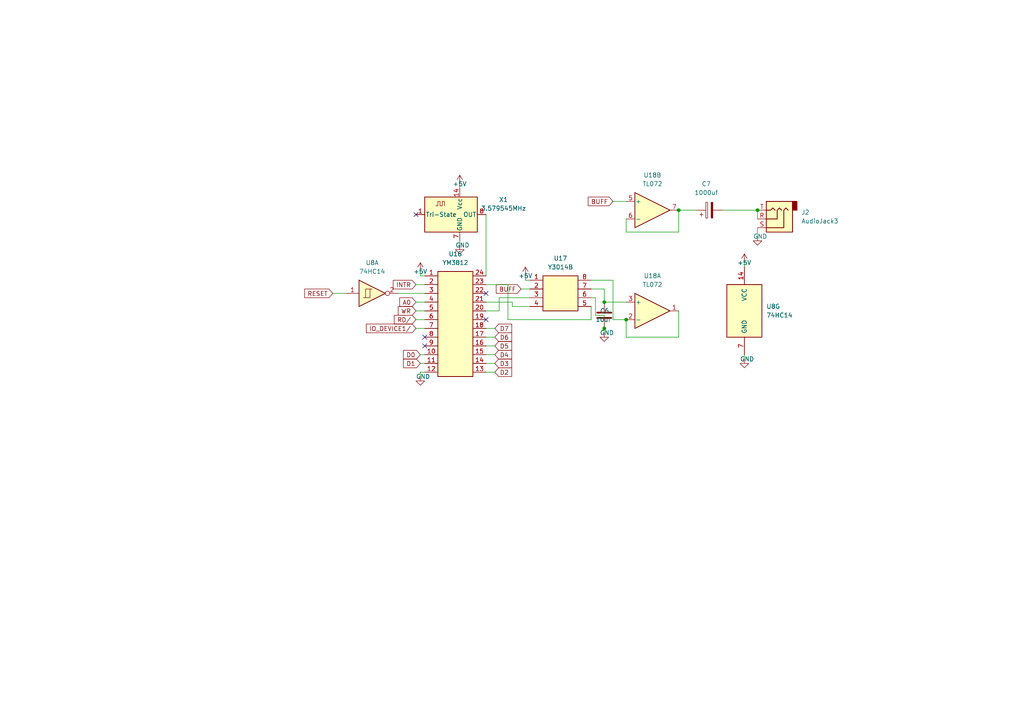
<source format=kicad_sch>
(kicad_sch (version 20211123) (generator eeschema)

  (uuid 6ca0bfb5-e153-4949-9024-71217800d20e)

  (paper "A4")

  (lib_symbols
    (symbol "74xx:74HC14" (pin_names (offset 1.016)) (in_bom yes) (on_board yes)
      (property "Reference" "U" (id 0) (at 0 1.27 0)
        (effects (font (size 1.27 1.27)))
      )
      (property "Value" "74HC14" (id 1) (at 0 -1.27 0)
        (effects (font (size 1.27 1.27)))
      )
      (property "Footprint" "" (id 2) (at 0 0 0)
        (effects (font (size 1.27 1.27)) hide)
      )
      (property "Datasheet" "http://www.ti.com/lit/gpn/sn74HC14" (id 3) (at 0 0 0)
        (effects (font (size 1.27 1.27)) hide)
      )
      (property "ki_locked" "" (id 4) (at 0 0 0)
        (effects (font (size 1.27 1.27)))
      )
      (property "ki_keywords" "HCMOS not inverter" (id 5) (at 0 0 0)
        (effects (font (size 1.27 1.27)) hide)
      )
      (property "ki_description" "Hex inverter schmitt trigger" (id 6) (at 0 0 0)
        (effects (font (size 1.27 1.27)) hide)
      )
      (property "ki_fp_filters" "DIP*W7.62mm*" (id 7) (at 0 0 0)
        (effects (font (size 1.27 1.27)) hide)
      )
      (symbol "74HC14_1_0"
        (polyline
          (pts
            (xy -3.81 3.81)
            (xy -3.81 -3.81)
            (xy 3.81 0)
            (xy -3.81 3.81)
          )
          (stroke (width 0.254) (type default) (color 0 0 0 0))
          (fill (type background))
        )
        (pin input line (at -7.62 0 0) (length 3.81)
          (name "~" (effects (font (size 1.27 1.27))))
          (number "1" (effects (font (size 1.27 1.27))))
        )
        (pin output inverted (at 7.62 0 180) (length 3.81)
          (name "~" (effects (font (size 1.27 1.27))))
          (number "2" (effects (font (size 1.27 1.27))))
        )
      )
      (symbol "74HC14_1_1"
        (polyline
          (pts
            (xy -1.905 -1.27)
            (xy -1.905 1.27)
            (xy -0.635 1.27)
          )
          (stroke (width 0) (type default) (color 0 0 0 0))
          (fill (type none))
        )
        (polyline
          (pts
            (xy -2.54 -1.27)
            (xy -0.635 -1.27)
            (xy -0.635 1.27)
            (xy 0 1.27)
          )
          (stroke (width 0) (type default) (color 0 0 0 0))
          (fill (type none))
        )
      )
      (symbol "74HC14_2_0"
        (polyline
          (pts
            (xy -3.81 3.81)
            (xy -3.81 -3.81)
            (xy 3.81 0)
            (xy -3.81 3.81)
          )
          (stroke (width 0.254) (type default) (color 0 0 0 0))
          (fill (type background))
        )
        (pin input line (at -7.62 0 0) (length 3.81)
          (name "~" (effects (font (size 1.27 1.27))))
          (number "3" (effects (font (size 1.27 1.27))))
        )
        (pin output inverted (at 7.62 0 180) (length 3.81)
          (name "~" (effects (font (size 1.27 1.27))))
          (number "4" (effects (font (size 1.27 1.27))))
        )
      )
      (symbol "74HC14_2_1"
        (polyline
          (pts
            (xy -1.905 -1.27)
            (xy -1.905 1.27)
            (xy -0.635 1.27)
          )
          (stroke (width 0) (type default) (color 0 0 0 0))
          (fill (type none))
        )
        (polyline
          (pts
            (xy -2.54 -1.27)
            (xy -0.635 -1.27)
            (xy -0.635 1.27)
            (xy 0 1.27)
          )
          (stroke (width 0) (type default) (color 0 0 0 0))
          (fill (type none))
        )
      )
      (symbol "74HC14_3_0"
        (polyline
          (pts
            (xy -3.81 3.81)
            (xy -3.81 -3.81)
            (xy 3.81 0)
            (xy -3.81 3.81)
          )
          (stroke (width 0.254) (type default) (color 0 0 0 0))
          (fill (type background))
        )
        (pin input line (at -7.62 0 0) (length 3.81)
          (name "~" (effects (font (size 1.27 1.27))))
          (number "5" (effects (font (size 1.27 1.27))))
        )
        (pin output inverted (at 7.62 0 180) (length 3.81)
          (name "~" (effects (font (size 1.27 1.27))))
          (number "6" (effects (font (size 1.27 1.27))))
        )
      )
      (symbol "74HC14_3_1"
        (polyline
          (pts
            (xy -1.905 -1.27)
            (xy -1.905 1.27)
            (xy -0.635 1.27)
          )
          (stroke (width 0) (type default) (color 0 0 0 0))
          (fill (type none))
        )
        (polyline
          (pts
            (xy -2.54 -1.27)
            (xy -0.635 -1.27)
            (xy -0.635 1.27)
            (xy 0 1.27)
          )
          (stroke (width 0) (type default) (color 0 0 0 0))
          (fill (type none))
        )
      )
      (symbol "74HC14_4_0"
        (polyline
          (pts
            (xy -3.81 3.81)
            (xy -3.81 -3.81)
            (xy 3.81 0)
            (xy -3.81 3.81)
          )
          (stroke (width 0.254) (type default) (color 0 0 0 0))
          (fill (type background))
        )
        (pin output inverted (at 7.62 0 180) (length 3.81)
          (name "~" (effects (font (size 1.27 1.27))))
          (number "8" (effects (font (size 1.27 1.27))))
        )
        (pin input line (at -7.62 0 0) (length 3.81)
          (name "~" (effects (font (size 1.27 1.27))))
          (number "9" (effects (font (size 1.27 1.27))))
        )
      )
      (symbol "74HC14_4_1"
        (polyline
          (pts
            (xy -1.905 -1.27)
            (xy -1.905 1.27)
            (xy -0.635 1.27)
          )
          (stroke (width 0) (type default) (color 0 0 0 0))
          (fill (type none))
        )
        (polyline
          (pts
            (xy -2.54 -1.27)
            (xy -0.635 -1.27)
            (xy -0.635 1.27)
            (xy 0 1.27)
          )
          (stroke (width 0) (type default) (color 0 0 0 0))
          (fill (type none))
        )
      )
      (symbol "74HC14_5_0"
        (polyline
          (pts
            (xy -3.81 3.81)
            (xy -3.81 -3.81)
            (xy 3.81 0)
            (xy -3.81 3.81)
          )
          (stroke (width 0.254) (type default) (color 0 0 0 0))
          (fill (type background))
        )
        (pin output inverted (at 7.62 0 180) (length 3.81)
          (name "~" (effects (font (size 1.27 1.27))))
          (number "10" (effects (font (size 1.27 1.27))))
        )
        (pin input line (at -7.62 0 0) (length 3.81)
          (name "~" (effects (font (size 1.27 1.27))))
          (number "11" (effects (font (size 1.27 1.27))))
        )
      )
      (symbol "74HC14_5_1"
        (polyline
          (pts
            (xy -1.905 -1.27)
            (xy -1.905 1.27)
            (xy -0.635 1.27)
          )
          (stroke (width 0) (type default) (color 0 0 0 0))
          (fill (type none))
        )
        (polyline
          (pts
            (xy -2.54 -1.27)
            (xy -0.635 -1.27)
            (xy -0.635 1.27)
            (xy 0 1.27)
          )
          (stroke (width 0) (type default) (color 0 0 0 0))
          (fill (type none))
        )
      )
      (symbol "74HC14_6_0"
        (polyline
          (pts
            (xy -3.81 3.81)
            (xy -3.81 -3.81)
            (xy 3.81 0)
            (xy -3.81 3.81)
          )
          (stroke (width 0.254) (type default) (color 0 0 0 0))
          (fill (type background))
        )
        (pin output inverted (at 7.62 0 180) (length 3.81)
          (name "~" (effects (font (size 1.27 1.27))))
          (number "12" (effects (font (size 1.27 1.27))))
        )
        (pin input line (at -7.62 0 0) (length 3.81)
          (name "~" (effects (font (size 1.27 1.27))))
          (number "13" (effects (font (size 1.27 1.27))))
        )
      )
      (symbol "74HC14_6_1"
        (polyline
          (pts
            (xy -1.905 -1.27)
            (xy -1.905 1.27)
            (xy -0.635 1.27)
          )
          (stroke (width 0) (type default) (color 0 0 0 0))
          (fill (type none))
        )
        (polyline
          (pts
            (xy -2.54 -1.27)
            (xy -0.635 -1.27)
            (xy -0.635 1.27)
            (xy 0 1.27)
          )
          (stroke (width 0) (type default) (color 0 0 0 0))
          (fill (type none))
        )
      )
      (symbol "74HC14_7_0"
        (pin power_in line (at 0 12.7 270) (length 5.08)
          (name "VCC" (effects (font (size 1.27 1.27))))
          (number "14" (effects (font (size 1.27 1.27))))
        )
        (pin power_in line (at 0 -12.7 90) (length 5.08)
          (name "GND" (effects (font (size 1.27 1.27))))
          (number "7" (effects (font (size 1.27 1.27))))
        )
      )
      (symbol "74HC14_7_1"
        (rectangle (start -5.08 7.62) (end 5.08 -7.62)
          (stroke (width 0.254) (type default) (color 0 0 0 0))
          (fill (type background))
        )
      )
    )
    (symbol "Amplifier_Operational:TL072" (pin_names (offset 0.127)) (in_bom yes) (on_board yes)
      (property "Reference" "U" (id 0) (at 0 5.08 0)
        (effects (font (size 1.27 1.27)) (justify left))
      )
      (property "Value" "TL072" (id 1) (at 0 -5.08 0)
        (effects (font (size 1.27 1.27)) (justify left))
      )
      (property "Footprint" "" (id 2) (at 0 0 0)
        (effects (font (size 1.27 1.27)) hide)
      )
      (property "Datasheet" "http://www.ti.com/lit/ds/symlink/tl071.pdf" (id 3) (at 0 0 0)
        (effects (font (size 1.27 1.27)) hide)
      )
      (property "ki_locked" "" (id 4) (at 0 0 0)
        (effects (font (size 1.27 1.27)))
      )
      (property "ki_keywords" "dual opamp" (id 5) (at 0 0 0)
        (effects (font (size 1.27 1.27)) hide)
      )
      (property "ki_description" "Dual Low-Noise JFET-Input Operational Amplifiers, DIP-8/SOIC-8" (id 6) (at 0 0 0)
        (effects (font (size 1.27 1.27)) hide)
      )
      (property "ki_fp_filters" "SOIC*3.9x4.9mm*P1.27mm* DIP*W7.62mm* TO*99* OnSemi*Micro8* TSSOP*3x3mm*P0.65mm* TSSOP*4.4x3mm*P0.65mm* MSOP*3x3mm*P0.65mm* SSOP*3.9x4.9mm*P0.635mm* LFCSP*2x2mm*P0.5mm* *SIP* SOIC*5.3x6.2mm*P1.27mm*" (id 7) (at 0 0 0)
        (effects (font (size 1.27 1.27)) hide)
      )
      (symbol "TL072_1_1"
        (polyline
          (pts
            (xy -5.08 5.08)
            (xy 5.08 0)
            (xy -5.08 -5.08)
            (xy -5.08 5.08)
          )
          (stroke (width 0.254) (type default) (color 0 0 0 0))
          (fill (type background))
        )
        (pin output line (at 7.62 0 180) (length 2.54)
          (name "~" (effects (font (size 1.27 1.27))))
          (number "1" (effects (font (size 1.27 1.27))))
        )
        (pin input line (at -7.62 -2.54 0) (length 2.54)
          (name "-" (effects (font (size 1.27 1.27))))
          (number "2" (effects (font (size 1.27 1.27))))
        )
        (pin input line (at -7.62 2.54 0) (length 2.54)
          (name "+" (effects (font (size 1.27 1.27))))
          (number "3" (effects (font (size 1.27 1.27))))
        )
      )
      (symbol "TL072_2_1"
        (polyline
          (pts
            (xy -5.08 5.08)
            (xy 5.08 0)
            (xy -5.08 -5.08)
            (xy -5.08 5.08)
          )
          (stroke (width 0.254) (type default) (color 0 0 0 0))
          (fill (type background))
        )
        (pin input line (at -7.62 2.54 0) (length 2.54)
          (name "+" (effects (font (size 1.27 1.27))))
          (number "5" (effects (font (size 1.27 1.27))))
        )
        (pin input line (at -7.62 -2.54 0) (length 2.54)
          (name "-" (effects (font (size 1.27 1.27))))
          (number "6" (effects (font (size 1.27 1.27))))
        )
        (pin output line (at 7.62 0 180) (length 2.54)
          (name "~" (effects (font (size 1.27 1.27))))
          (number "7" (effects (font (size 1.27 1.27))))
        )
      )
      (symbol "TL072_3_1"
        (pin power_in line (at -2.54 -7.62 90) (length 3.81)
          (name "V-" (effects (font (size 1.27 1.27))))
          (number "4" (effects (font (size 1.27 1.27))))
        )
        (pin power_in line (at -2.54 7.62 270) (length 3.81)
          (name "V+" (effects (font (size 1.27 1.27))))
          (number "8" (effects (font (size 1.27 1.27))))
        )
      )
    )
    (symbol "Connector:AudioJack3" (in_bom yes) (on_board yes)
      (property "Reference" "J" (id 0) (at 0 8.89 0)
        (effects (font (size 1.27 1.27)))
      )
      (property "Value" "AudioJack3" (id 1) (at 0 6.35 0)
        (effects (font (size 1.27 1.27)))
      )
      (property "Footprint" "" (id 2) (at 0 0 0)
        (effects (font (size 1.27 1.27)) hide)
      )
      (property "Datasheet" "~" (id 3) (at 0 0 0)
        (effects (font (size 1.27 1.27)) hide)
      )
      (property "ki_keywords" "audio jack receptacle stereo headphones phones TRS connector" (id 4) (at 0 0 0)
        (effects (font (size 1.27 1.27)) hide)
      )
      (property "ki_description" "Audio Jack, 3 Poles (Stereo / TRS)" (id 5) (at 0 0 0)
        (effects (font (size 1.27 1.27)) hide)
      )
      (property "ki_fp_filters" "Jack*" (id 6) (at 0 0 0)
        (effects (font (size 1.27 1.27)) hide)
      )
      (symbol "AudioJack3_0_1"
        (rectangle (start -5.08 -5.08) (end -6.35 -2.54)
          (stroke (width 0.254) (type default) (color 0 0 0 0))
          (fill (type outline))
        )
        (polyline
          (pts
            (xy 0 -2.54)
            (xy 0.635 -3.175)
            (xy 1.27 -2.54)
            (xy 2.54 -2.54)
          )
          (stroke (width 0.254) (type default) (color 0 0 0 0))
          (fill (type none))
        )
        (polyline
          (pts
            (xy -1.905 -2.54)
            (xy -1.27 -3.175)
            (xy -0.635 -2.54)
            (xy -0.635 0)
            (xy 2.54 0)
          )
          (stroke (width 0.254) (type default) (color 0 0 0 0))
          (fill (type none))
        )
        (polyline
          (pts
            (xy 2.54 2.54)
            (xy -2.54 2.54)
            (xy -2.54 -2.54)
            (xy -3.175 -3.175)
            (xy -3.81 -2.54)
          )
          (stroke (width 0.254) (type default) (color 0 0 0 0))
          (fill (type none))
        )
        (rectangle (start 2.54 3.81) (end -5.08 -5.08)
          (stroke (width 0.254) (type default) (color 0 0 0 0))
          (fill (type background))
        )
      )
      (symbol "AudioJack3_1_1"
        (pin passive line (at 5.08 0 180) (length 2.54)
          (name "~" (effects (font (size 1.27 1.27))))
          (number "R" (effects (font (size 1.27 1.27))))
        )
        (pin passive line (at 5.08 2.54 180) (length 2.54)
          (name "~" (effects (font (size 1.27 1.27))))
          (number "S" (effects (font (size 1.27 1.27))))
        )
        (pin passive line (at 5.08 -2.54 180) (length 2.54)
          (name "~" (effects (font (size 1.27 1.27))))
          (number "T" (effects (font (size 1.27 1.27))))
        )
      )
    )
    (symbol "Device:C" (pin_numbers hide) (pin_names (offset 0.254)) (in_bom yes) (on_board yes)
      (property "Reference" "C" (id 0) (at 0.635 2.54 0)
        (effects (font (size 1.27 1.27)) (justify left))
      )
      (property "Value" "C" (id 1) (at 0.635 -2.54 0)
        (effects (font (size 1.27 1.27)) (justify left))
      )
      (property "Footprint" "" (id 2) (at 0.9652 -3.81 0)
        (effects (font (size 1.27 1.27)) hide)
      )
      (property "Datasheet" "~" (id 3) (at 0 0 0)
        (effects (font (size 1.27 1.27)) hide)
      )
      (property "ki_keywords" "cap capacitor" (id 4) (at 0 0 0)
        (effects (font (size 1.27 1.27)) hide)
      )
      (property "ki_description" "Unpolarized capacitor" (id 5) (at 0 0 0)
        (effects (font (size 1.27 1.27)) hide)
      )
      (property "ki_fp_filters" "C_*" (id 6) (at 0 0 0)
        (effects (font (size 1.27 1.27)) hide)
      )
      (symbol "C_0_1"
        (polyline
          (pts
            (xy -2.032 -0.762)
            (xy 2.032 -0.762)
          )
          (stroke (width 0.508) (type default) (color 0 0 0 0))
          (fill (type none))
        )
        (polyline
          (pts
            (xy -2.032 0.762)
            (xy 2.032 0.762)
          )
          (stroke (width 0.508) (type default) (color 0 0 0 0))
          (fill (type none))
        )
      )
      (symbol "C_1_1"
        (pin passive line (at 0 3.81 270) (length 2.794)
          (name "~" (effects (font (size 1.27 1.27))))
          (number "1" (effects (font (size 1.27 1.27))))
        )
        (pin passive line (at 0 -3.81 90) (length 2.794)
          (name "~" (effects (font (size 1.27 1.27))))
          (number "2" (effects (font (size 1.27 1.27))))
        )
      )
    )
    (symbol "Device:C_Polarized" (pin_numbers hide) (pin_names (offset 0.254)) (in_bom yes) (on_board yes)
      (property "Reference" "C" (id 0) (at 0.635 2.54 0)
        (effects (font (size 1.27 1.27)) (justify left))
      )
      (property "Value" "C_Polarized" (id 1) (at 0.635 -2.54 0)
        (effects (font (size 1.27 1.27)) (justify left))
      )
      (property "Footprint" "" (id 2) (at 0.9652 -3.81 0)
        (effects (font (size 1.27 1.27)) hide)
      )
      (property "Datasheet" "~" (id 3) (at 0 0 0)
        (effects (font (size 1.27 1.27)) hide)
      )
      (property "ki_keywords" "cap capacitor" (id 4) (at 0 0 0)
        (effects (font (size 1.27 1.27)) hide)
      )
      (property "ki_description" "Polarized capacitor" (id 5) (at 0 0 0)
        (effects (font (size 1.27 1.27)) hide)
      )
      (property "ki_fp_filters" "CP_*" (id 6) (at 0 0 0)
        (effects (font (size 1.27 1.27)) hide)
      )
      (symbol "C_Polarized_0_1"
        (rectangle (start -2.286 0.508) (end 2.286 1.016)
          (stroke (width 0) (type default) (color 0 0 0 0))
          (fill (type none))
        )
        (polyline
          (pts
            (xy -1.778 2.286)
            (xy -0.762 2.286)
          )
          (stroke (width 0) (type default) (color 0 0 0 0))
          (fill (type none))
        )
        (polyline
          (pts
            (xy -1.27 2.794)
            (xy -1.27 1.778)
          )
          (stroke (width 0) (type default) (color 0 0 0 0))
          (fill (type none))
        )
        (rectangle (start 2.286 -0.508) (end -2.286 -1.016)
          (stroke (width 0) (type default) (color 0 0 0 0))
          (fill (type outline))
        )
      )
      (symbol "C_Polarized_1_1"
        (pin passive line (at 0 3.81 270) (length 2.794)
          (name "~" (effects (font (size 1.27 1.27))))
          (number "1" (effects (font (size 1.27 1.27))))
        )
        (pin passive line (at 0 -3.81 90) (length 2.794)
          (name "~" (effects (font (size 1.27 1.27))))
          (number "2" (effects (font (size 1.27 1.27))))
        )
      )
    )
    (symbol "IC_Generic:IC24" (in_bom yes) (on_board yes)
      (property "Reference" "U" (id 0) (at -5.08 15.24 0)
        (effects (font (size 1.27 1.27)))
      )
      (property "Value" "IC24" (id 1) (at -5.08 -17.78 0)
        (effects (font (size 1.27 1.27)))
      )
      (property "Footprint" "" (id 2) (at 0 0 0)
        (effects (font (size 1.27 1.27)) hide)
      )
      (property "Datasheet" "" (id 3) (at 0 0 0)
        (effects (font (size 1.27 1.27)) hide)
      )
      (property "ki_fp_filters" "DIP*24* SO*24* TSS*24*" (id 4) (at 0 0 0)
        (effects (font (size 1.27 1.27)) hide)
      )
      (symbol "IC24_1_1"
        (rectangle (start -5.08 13.97) (end 5.08 -16.51)
          (stroke (width 0.254) (type default) (color 0 0 0 0))
          (fill (type background))
        )
        (pin passive line (at -8.89 12.7 0) (length 3.81)
          (name "~" (effects (font (size 1.27 1.27))))
          (number "1" (effects (font (size 1.27 1.27))))
        )
        (pin passive line (at -8.89 -10.16 0) (length 3.81)
          (name "~" (effects (font (size 1.27 1.27))))
          (number "10" (effects (font (size 1.27 1.27))))
        )
        (pin passive line (at -8.89 -12.7 0) (length 3.81)
          (name "~" (effects (font (size 1.27 1.27))))
          (number "11" (effects (font (size 1.27 1.27))))
        )
        (pin passive line (at -8.89 -15.24 0) (length 3.81)
          (name "~" (effects (font (size 1.27 1.27))))
          (number "12" (effects (font (size 1.27 1.27))))
        )
        (pin passive line (at 8.89 -15.24 180) (length 3.81)
          (name "~" (effects (font (size 1.27 1.27))))
          (number "13" (effects (font (size 1.27 1.27))))
        )
        (pin passive line (at 8.89 -12.7 180) (length 3.81)
          (name "~" (effects (font (size 1.27 1.27))))
          (number "14" (effects (font (size 1.27 1.27))))
        )
        (pin passive line (at 8.89 -10.16 180) (length 3.81)
          (name "~" (effects (font (size 1.27 1.27))))
          (number "15" (effects (font (size 1.27 1.27))))
        )
        (pin passive line (at 8.89 -7.62 180) (length 3.81)
          (name "~" (effects (font (size 1.27 1.27))))
          (number "16" (effects (font (size 1.27 1.27))))
        )
        (pin passive line (at 8.89 -5.08 180) (length 3.81)
          (name "~" (effects (font (size 1.27 1.27))))
          (number "17" (effects (font (size 1.27 1.27))))
        )
        (pin passive line (at 8.89 -2.54 180) (length 3.81)
          (name "~" (effects (font (size 1.27 1.27))))
          (number "18" (effects (font (size 1.27 1.27))))
        )
        (pin passive line (at 8.89 0 180) (length 3.81)
          (name "~" (effects (font (size 1.27 1.27))))
          (number "19" (effects (font (size 1.27 1.27))))
        )
        (pin passive line (at -8.89 10.16 0) (length 3.81)
          (name "~" (effects (font (size 1.27 1.27))))
          (number "2" (effects (font (size 1.27 1.27))))
        )
        (pin passive line (at 8.89 2.54 180) (length 3.81)
          (name "~" (effects (font (size 1.27 1.27))))
          (number "20" (effects (font (size 1.27 1.27))))
        )
        (pin passive line (at 8.89 5.08 180) (length 3.81)
          (name "~" (effects (font (size 1.27 1.27))))
          (number "21" (effects (font (size 1.27 1.27))))
        )
        (pin passive line (at 8.89 7.62 180) (length 3.81)
          (name "~" (effects (font (size 1.27 1.27))))
          (number "22" (effects (font (size 1.27 1.27))))
        )
        (pin passive line (at 8.89 10.16 180) (length 3.81)
          (name "~" (effects (font (size 1.27 1.27))))
          (number "23" (effects (font (size 1.27 1.27))))
        )
        (pin passive line (at 8.89 12.7 180) (length 3.81)
          (name "~" (effects (font (size 1.27 1.27))))
          (number "24" (effects (font (size 1.27 1.27))))
        )
        (pin passive line (at -8.89 7.62 0) (length 3.81)
          (name "~" (effects (font (size 1.27 1.27))))
          (number "3" (effects (font (size 1.27 1.27))))
        )
        (pin passive line (at -8.89 5.08 0) (length 3.81)
          (name "~" (effects (font (size 1.27 1.27))))
          (number "4" (effects (font (size 1.27 1.27))))
        )
        (pin passive line (at -8.89 2.54 0) (length 3.81)
          (name "~" (effects (font (size 1.27 1.27))))
          (number "5" (effects (font (size 1.27 1.27))))
        )
        (pin passive line (at -8.89 0 0) (length 3.81)
          (name "~" (effects (font (size 1.27 1.27))))
          (number "6" (effects (font (size 1.27 1.27))))
        )
        (pin passive line (at -8.89 -2.54 0) (length 3.81)
          (name "~" (effects (font (size 1.27 1.27))))
          (number "7" (effects (font (size 1.27 1.27))))
        )
        (pin passive line (at -8.89 -5.08 0) (length 3.81)
          (name "~" (effects (font (size 1.27 1.27))))
          (number "8" (effects (font (size 1.27 1.27))))
        )
        (pin passive line (at -8.89 -7.62 0) (length 3.81)
          (name "~" (effects (font (size 1.27 1.27))))
          (number "9" (effects (font (size 1.27 1.27))))
        )
      )
    )
    (symbol "IC_Generic:IC8" (in_bom yes) (on_board yes)
      (property "Reference" "U" (id 0) (at -5.08 5.08 0)
        (effects (font (size 1.27 1.27)))
      )
      (property "Value" "IC8" (id 1) (at -5.08 -7.62 0)
        (effects (font (size 1.27 1.27)))
      )
      (property "Footprint" "" (id 2) (at 0 0 0)
        (effects (font (size 1.27 1.27)) hide)
      )
      (property "Datasheet" "" (id 3) (at 0 0 0)
        (effects (font (size 1.27 1.27)) hide)
      )
      (property "ki_fp_filters" "DIP*8* SO*8* TSS*8*" (id 4) (at 0 0 0)
        (effects (font (size 1.27 1.27)) hide)
      )
      (symbol "IC8_1_1"
        (rectangle (start -5.08 3.81) (end 5.08 -6.35)
          (stroke (width 0.254) (type default) (color 0 0 0 0))
          (fill (type background))
        )
        (pin passive line (at -8.89 2.54 0) (length 3.81)
          (name "~" (effects (font (size 1.27 1.27))))
          (number "1" (effects (font (size 1.27 1.27))))
        )
        (pin passive line (at -8.89 0 0) (length 3.81)
          (name "~" (effects (font (size 1.27 1.27))))
          (number "2" (effects (font (size 1.27 1.27))))
        )
        (pin passive line (at -8.89 -2.54 0) (length 3.81)
          (name "~" (effects (font (size 1.27 1.27))))
          (number "3" (effects (font (size 1.27 1.27))))
        )
        (pin passive line (at -8.89 -5.08 0) (length 3.81)
          (name "~" (effects (font (size 1.27 1.27))))
          (number "4" (effects (font (size 1.27 1.27))))
        )
        (pin passive line (at 8.89 -5.08 180) (length 3.81)
          (name "~" (effects (font (size 1.27 1.27))))
          (number "5" (effects (font (size 1.27 1.27))))
        )
        (pin passive line (at 8.89 -2.54 180) (length 3.81)
          (name "~" (effects (font (size 1.27 1.27))))
          (number "6" (effects (font (size 1.27 1.27))))
        )
        (pin passive line (at 8.89 0 180) (length 3.81)
          (name "~" (effects (font (size 1.27 1.27))))
          (number "7" (effects (font (size 1.27 1.27))))
        )
        (pin passive line (at 8.89 2.54 180) (length 3.81)
          (name "~" (effects (font (size 1.27 1.27))))
          (number "8" (effects (font (size 1.27 1.27))))
        )
      )
    )
    (symbol "Oscillator:ACO-xxxMHz-A" (pin_names (offset 0.254)) (in_bom yes) (on_board yes)
      (property "Reference" "X" (id 0) (at -5.08 6.35 0)
        (effects (font (size 1.27 1.27)) (justify left))
      )
      (property "Value" "ACO-xxxMHz-A" (id 1) (at 1.27 -6.35 0)
        (effects (font (size 1.27 1.27)) (justify left))
      )
      (property "Footprint" "Oscillator:Oscillator_DIP-14" (id 2) (at 11.43 -8.89 0)
        (effects (font (size 1.27 1.27)) hide)
      )
      (property "Datasheet" "http://www.conwin.com/datasheets/cx/cx030.pdf" (id 3) (at -6.985 3.175 0)
        (effects (font (size 1.27 1.27)) hide)
      )
      (property "ki_keywords" "Crystal Clock Oscillator" (id 4) (at 0 0 0)
        (effects (font (size 1.27 1.27)) hide)
      )
      (property "ki_description" "HCMOS Crystal Clock Oscillator, DIP14-style metal package" (id 5) (at 0 0 0)
        (effects (font (size 1.27 1.27)) hide)
      )
      (property "ki_fp_filters" "Oscillator*DIP*14*" (id 6) (at 0 0 0)
        (effects (font (size 1.27 1.27)) hide)
      )
      (symbol "ACO-xxxMHz-A_0_1"
        (rectangle (start -10.16 5.08) (end 5.08 -5.08)
          (stroke (width 0.254) (type default) (color 0 0 0 0))
          (fill (type background))
        )
        (polyline
          (pts
            (xy -6.985 2.54)
            (xy -6.35 2.54)
            (xy -6.35 3.81)
            (xy -5.715 3.81)
            (xy -5.715 2.54)
            (xy -5.08 2.54)
            (xy -5.08 3.81)
            (xy -4.445 3.81)
            (xy -4.445 2.54)
          )
          (stroke (width 0) (type default) (color 0 0 0 0))
          (fill (type none))
        )
      )
      (symbol "ACO-xxxMHz-A_1_1"
        (pin input line (at -12.7 0 0) (length 2.54)
          (name "Tri-State" (effects (font (size 1.27 1.27))))
          (number "1" (effects (font (size 1.27 1.27))))
        )
        (pin power_in line (at 0 7.62 270) (length 2.54)
          (name "Vcc" (effects (font (size 1.27 1.27))))
          (number "14" (effects (font (size 1.27 1.27))))
        )
        (pin power_in line (at 0 -7.62 90) (length 2.54)
          (name "GND" (effects (font (size 1.27 1.27))))
          (number "7" (effects (font (size 1.27 1.27))))
        )
        (pin output line (at 7.62 0 180) (length 2.54)
          (name "OUT" (effects (font (size 1.27 1.27))))
          (number "8" (effects (font (size 1.27 1.27))))
        )
      )
    )
    (symbol "power:+5V" (power) (pin_names (offset 0)) (in_bom yes) (on_board yes)
      (property "Reference" "#PWR" (id 0) (at 0 -3.81 0)
        (effects (font (size 1.27 1.27)) hide)
      )
      (property "Value" "+5V" (id 1) (at 0 3.556 0)
        (effects (font (size 1.27 1.27)))
      )
      (property "Footprint" "" (id 2) (at 0 0 0)
        (effects (font (size 1.27 1.27)) hide)
      )
      (property "Datasheet" "" (id 3) (at 0 0 0)
        (effects (font (size 1.27 1.27)) hide)
      )
      (property "ki_keywords" "power-flag" (id 4) (at 0 0 0)
        (effects (font (size 1.27 1.27)) hide)
      )
      (property "ki_description" "Power symbol creates a global label with name \"+5V\"" (id 5) (at 0 0 0)
        (effects (font (size 1.27 1.27)) hide)
      )
      (symbol "+5V_0_1"
        (polyline
          (pts
            (xy -0.762 1.27)
            (xy 0 2.54)
          )
          (stroke (width 0) (type default) (color 0 0 0 0))
          (fill (type none))
        )
        (polyline
          (pts
            (xy 0 0)
            (xy 0 2.54)
          )
          (stroke (width 0) (type default) (color 0 0 0 0))
          (fill (type none))
        )
        (polyline
          (pts
            (xy 0 2.54)
            (xy 0.762 1.27)
          )
          (stroke (width 0) (type default) (color 0 0 0 0))
          (fill (type none))
        )
      )
      (symbol "+5V_1_1"
        (pin power_in line (at 0 0 90) (length 0) hide
          (name "+5V" (effects (font (size 1.27 1.27))))
          (number "1" (effects (font (size 1.27 1.27))))
        )
      )
    )
    (symbol "power:GND" (power) (pin_names (offset 0)) (in_bom yes) (on_board yes)
      (property "Reference" "#PWR" (id 0) (at 0 -6.35 0)
        (effects (font (size 1.27 1.27)) hide)
      )
      (property "Value" "GND" (id 1) (at 0 -3.81 0)
        (effects (font (size 1.27 1.27)))
      )
      (property "Footprint" "" (id 2) (at 0 0 0)
        (effects (font (size 1.27 1.27)) hide)
      )
      (property "Datasheet" "" (id 3) (at 0 0 0)
        (effects (font (size 1.27 1.27)) hide)
      )
      (property "ki_keywords" "power-flag" (id 4) (at 0 0 0)
        (effects (font (size 1.27 1.27)) hide)
      )
      (property "ki_description" "Power symbol creates a global label with name \"GND\" , ground" (id 5) (at 0 0 0)
        (effects (font (size 1.27 1.27)) hide)
      )
      (symbol "GND_0_1"
        (polyline
          (pts
            (xy 0 0)
            (xy 0 -1.27)
            (xy 1.27 -1.27)
            (xy 0 -2.54)
            (xy -1.27 -1.27)
            (xy 0 -1.27)
          )
          (stroke (width 0) (type default) (color 0 0 0 0))
          (fill (type none))
        )
      )
      (symbol "GND_1_1"
        (pin power_in line (at 0 0 270) (length 0) hide
          (name "GND" (effects (font (size 1.27 1.27))))
          (number "1" (effects (font (size 1.27 1.27))))
        )
      )
    )
  )

  (junction (at 175.26 87.63) (diameter 0) (color 0 0 0 0)
    (uuid 40e989bb-b907-4cc7-876a-2ba2e5f5c869)
  )
  (junction (at 181.61 92.71) (diameter 0) (color 0 0 0 0)
    (uuid 6bfde47a-739e-47a5-a53f-8b486810abf4)
  )
  (junction (at 196.85 60.96) (diameter 0) (color 0 0 0 0)
    (uuid 74357e50-65ef-4686-8094-5258fe9fc1bd)
  )
  (junction (at 175.26 95.25) (diameter 0) (color 0 0 0 0)
    (uuid c76d01fc-8a96-4ddc-a312-5acf884d351d)
  )
  (junction (at 219.71 60.96) (diameter 0) (color 0 0 0 0)
    (uuid fd58b395-3fcd-46ef-ae04-274f6b609bbf)
  )

  (no_connect (at 140.97 85.09) (uuid 9ceccfa2-d68a-4af1-af32-37aa45b22006))
  (no_connect (at 120.65 62.23) (uuid 9ceccfa2-d68a-4af1-af32-37aa45b22007))
  (no_connect (at 123.19 100.33) (uuid fdb764ae-2fe3-425f-93c4-3df445b8ab4a))
  (no_connect (at 123.19 97.79) (uuid fdb764ae-2fe3-425f-93c4-3df445b8ab4b))
  (no_connect (at 140.97 92.71) (uuid fdb764ae-2fe3-425f-93c4-3df445b8ab4c))

  (wire (pts (xy 144.78 90.17) (xy 144.78 86.36))
    (stroke (width 0) (type default) (color 0 0 0 0))
    (uuid 01224480-f22d-4e64-ad4f-4b1b9e771f10)
  )
  (wire (pts (xy 147.32 82.55) (xy 140.97 82.55))
    (stroke (width 0) (type default) (color 0 0 0 0))
    (uuid 03957d64-0d23-47d9-b612-7e647c1f43cd)
  )
  (wire (pts (xy 121.92 107.95) (xy 121.92 109.22))
    (stroke (width 0) (type default) (color 0 0 0 0))
    (uuid 0846892a-b650-4ba1-abe9-705aae25ca35)
  )
  (wire (pts (xy 172.72 91.44) (xy 172.72 86.36))
    (stroke (width 0) (type default) (color 0 0 0 0))
    (uuid 145203bc-6d89-4544-9a89-c212b0c17200)
  )
  (wire (pts (xy 177.8 92.71) (xy 181.61 92.71))
    (stroke (width 0) (type default) (color 0 0 0 0))
    (uuid 15c20d9d-0be5-4b68-96d3-546c55a8f440)
  )
  (wire (pts (xy 171.45 83.82) (xy 175.26 83.82))
    (stroke (width 0) (type default) (color 0 0 0 0))
    (uuid 165104a0-2c39-4583-adaf-897ad3e959f8)
  )
  (wire (pts (xy 175.26 95.25) (xy 175.26 96.52))
    (stroke (width 0) (type default) (color 0 0 0 0))
    (uuid 178ac138-c124-4f76-822a-dd50edca9bec)
  )
  (wire (pts (xy 196.85 60.96) (xy 201.93 60.96))
    (stroke (width 0) (type default) (color 0 0 0 0))
    (uuid 1808edc0-538d-4f32-8bb9-1aa3f21e6d7d)
  )
  (wire (pts (xy 147.32 92.71) (xy 147.32 82.55))
    (stroke (width 0) (type default) (color 0 0 0 0))
    (uuid 183a16fb-b248-455b-96b5-de5d8fca8b0a)
  )
  (wire (pts (xy 181.61 92.71) (xy 181.61 97.79))
    (stroke (width 0) (type default) (color 0 0 0 0))
    (uuid 1dd5c12a-8c9e-43b2-8590-6dfd5bce7157)
  )
  (wire (pts (xy 181.61 97.79) (xy 196.85 97.79))
    (stroke (width 0) (type default) (color 0 0 0 0))
    (uuid 24ef6fff-0a81-496a-bd9c-89786708ff8a)
  )
  (wire (pts (xy 96.52 85.09) (xy 100.33 85.09))
    (stroke (width 0) (type default) (color 0 0 0 0))
    (uuid 2978d148-b058-44a4-b8a2-7a135e53b1d3)
  )
  (wire (pts (xy 177.8 58.42) (xy 181.61 58.42))
    (stroke (width 0) (type default) (color 0 0 0 0))
    (uuid 2a929728-885d-447b-bf7e-a2b7bf7b8d5a)
  )
  (wire (pts (xy 172.72 86.36) (xy 171.45 86.36))
    (stroke (width 0) (type default) (color 0 0 0 0))
    (uuid 2b7d9c77-d05f-41d2-8cbb-52f49ab3ba76)
  )
  (wire (pts (xy 175.26 83.82) (xy 175.26 87.63))
    (stroke (width 0) (type default) (color 0 0 0 0))
    (uuid 30175cf3-19d8-4c6d-bb48-ddea8f7c5753)
  )
  (wire (pts (xy 140.97 87.63) (xy 148.59 87.63))
    (stroke (width 0) (type default) (color 0 0 0 0))
    (uuid 361ee254-a072-4220-a101-39d3337bddb3)
  )
  (wire (pts (xy 140.97 97.79) (xy 143.51 97.79))
    (stroke (width 0) (type default) (color 0 0 0 0))
    (uuid 38e4f610-7881-4e55-920b-43878a6c2887)
  )
  (wire (pts (xy 144.78 86.36) (xy 153.67 86.36))
    (stroke (width 0) (type default) (color 0 0 0 0))
    (uuid 3c5632b3-ab89-400b-afe1-3cfc132631b3)
  )
  (wire (pts (xy 153.67 81.28) (xy 152.4 81.28))
    (stroke (width 0) (type default) (color 0 0 0 0))
    (uuid 46b6d9a4-ede3-491a-b5ea-0d8a012c4d25)
  )
  (wire (pts (xy 120.65 90.17) (xy 123.19 90.17))
    (stroke (width 0) (type default) (color 0 0 0 0))
    (uuid 4864d14c-a842-4aa2-a87a-bbc9f37659e7)
  )
  (wire (pts (xy 177.8 81.28) (xy 177.8 92.71))
    (stroke (width 0) (type default) (color 0 0 0 0))
    (uuid 5550ae16-7ea4-4d18-bb7f-8d4739bd59cb)
  )
  (wire (pts (xy 181.61 67.31) (xy 181.61 63.5))
    (stroke (width 0) (type default) (color 0 0 0 0))
    (uuid 5ad94443-e675-47be-9fa6-acc54c9fa2e6)
  )
  (wire (pts (xy 196.85 60.96) (xy 196.85 67.31))
    (stroke (width 0) (type default) (color 0 0 0 0))
    (uuid 60e2973a-e14c-48be-a3b8-ed4509c4d786)
  )
  (wire (pts (xy 115.57 85.09) (xy 123.19 85.09))
    (stroke (width 0) (type default) (color 0 0 0 0))
    (uuid 6294cc62-9cc9-43ea-bdda-588775c2f5e7)
  )
  (wire (pts (xy 171.45 81.28) (xy 177.8 81.28))
    (stroke (width 0) (type default) (color 0 0 0 0))
    (uuid 674bbf52-24c4-49ca-9214-374153530671)
  )
  (wire (pts (xy 140.97 100.33) (xy 143.51 100.33))
    (stroke (width 0) (type default) (color 0 0 0 0))
    (uuid 67d12e96-550c-4f1d-8556-bfa86716f543)
  )
  (wire (pts (xy 148.59 87.63) (xy 148.59 88.9))
    (stroke (width 0) (type default) (color 0 0 0 0))
    (uuid 6aa5de97-d75c-4afb-823a-6697d006fb39)
  )
  (wire (pts (xy 151.13 83.82) (xy 153.67 83.82))
    (stroke (width 0) (type default) (color 0 0 0 0))
    (uuid 7233a0b2-f674-4853-ae82-9bb686351070)
  )
  (wire (pts (xy 171.45 88.9) (xy 171.45 92.71))
    (stroke (width 0) (type default) (color 0 0 0 0))
    (uuid 73980922-bb29-43c2-93c1-2745112246b9)
  )
  (wire (pts (xy 140.97 95.25) (xy 143.51 95.25))
    (stroke (width 0) (type default) (color 0 0 0 0))
    (uuid 81bc62c0-3a04-46fd-9571-81f0ec77379b)
  )
  (wire (pts (xy 133.35 69.85) (xy 133.35 71.12))
    (stroke (width 0) (type default) (color 0 0 0 0))
    (uuid 81e1113a-7273-4051-86c3-600953b7d73c)
  )
  (wire (pts (xy 175.26 87.63) (xy 181.61 87.63))
    (stroke (width 0) (type default) (color 0 0 0 0))
    (uuid 8a74604d-7af7-417e-b416-a253ad8fd018)
  )
  (wire (pts (xy 121.92 105.41) (xy 123.19 105.41))
    (stroke (width 0) (type default) (color 0 0 0 0))
    (uuid 8a8ab2d2-d892-44d5-b7b5-fb39e7c95eb3)
  )
  (wire (pts (xy 120.65 92.71) (xy 123.19 92.71))
    (stroke (width 0) (type default) (color 0 0 0 0))
    (uuid 8b8e5379-ab1a-4dda-987b-bd88bad96bc7)
  )
  (wire (pts (xy 209.55 60.96) (xy 219.71 60.96))
    (stroke (width 0) (type default) (color 0 0 0 0))
    (uuid 8c256e3f-5a1c-4cb1-8002-8537af9e6a3e)
  )
  (wire (pts (xy 215.9 76.2) (xy 215.9 77.47))
    (stroke (width 0) (type default) (color 0 0 0 0))
    (uuid 8ce41860-cd12-4888-9feb-675f77facf60)
  )
  (wire (pts (xy 175.26 91.44) (xy 172.72 91.44))
    (stroke (width 0) (type default) (color 0 0 0 0))
    (uuid 9abbe35e-df07-44c6-8307-3ff883668884)
  )
  (wire (pts (xy 148.59 88.9) (xy 153.67 88.9))
    (stroke (width 0) (type default) (color 0 0 0 0))
    (uuid 9c1ef1a9-ce82-4971-8436-9ce931a86f5a)
  )
  (wire (pts (xy 140.97 90.17) (xy 144.78 90.17))
    (stroke (width 0) (type default) (color 0 0 0 0))
    (uuid 9f64a3f9-ab61-4d24-bc3e-6c2985161f9a)
  )
  (wire (pts (xy 140.97 105.41) (xy 143.51 105.41))
    (stroke (width 0) (type default) (color 0 0 0 0))
    (uuid a59fe33c-3166-4f7d-965e-f36f57dfd525)
  )
  (wire (pts (xy 133.35 53.34) (xy 133.35 54.61))
    (stroke (width 0) (type default) (color 0 0 0 0))
    (uuid a97bc39d-6d78-4f1b-abfc-de287368b6b2)
  )
  (wire (pts (xy 196.85 97.79) (xy 196.85 90.17))
    (stroke (width 0) (type default) (color 0 0 0 0))
    (uuid ab2b569d-f677-4398-99f0-93af2cb0def6)
  )
  (wire (pts (xy 196.85 67.31) (xy 181.61 67.31))
    (stroke (width 0) (type default) (color 0 0 0 0))
    (uuid abef3aa8-b047-4d1b-8e5a-4b1efb052180)
  )
  (wire (pts (xy 175.26 95.25) (xy 175.26 91.44))
    (stroke (width 0) (type default) (color 0 0 0 0))
    (uuid b59a59fb-9bad-4bfa-81a8-73c30b244cc8)
  )
  (wire (pts (xy 171.45 92.71) (xy 147.32 92.71))
    (stroke (width 0) (type default) (color 0 0 0 0))
    (uuid b863c4ba-2e44-40a8-b8cd-8278a14a260e)
  )
  (wire (pts (xy 140.97 62.23) (xy 140.97 80.01))
    (stroke (width 0) (type default) (color 0 0 0 0))
    (uuid b9ed5763-4e71-403d-a4a8-a9a12d107ac9)
  )
  (wire (pts (xy 215.9 102.87) (xy 215.9 104.14))
    (stroke (width 0) (type default) (color 0 0 0 0))
    (uuid bfc9f080-737c-4323-a972-8df90cb1fc8f)
  )
  (wire (pts (xy 120.65 87.63) (xy 123.19 87.63))
    (stroke (width 0) (type default) (color 0 0 0 0))
    (uuid d9451b31-4dc8-45cd-8010-f4c826aedaa8)
  )
  (wire (pts (xy 140.97 102.87) (xy 143.51 102.87))
    (stroke (width 0) (type default) (color 0 0 0 0))
    (uuid d9b67636-594f-4c36-9516-aac94850546a)
  )
  (wire (pts (xy 219.71 66.04) (xy 219.71 68.58))
    (stroke (width 0) (type default) (color 0 0 0 0))
    (uuid dbf96ffa-82ff-47ab-ad64-dd043e986797)
  )
  (wire (pts (xy 120.65 82.55) (xy 123.19 82.55))
    (stroke (width 0) (type default) (color 0 0 0 0))
    (uuid dd5907b3-e625-47a7-a0fc-e46322e09596)
  )
  (wire (pts (xy 123.19 107.95) (xy 121.92 107.95))
    (stroke (width 0) (type default) (color 0 0 0 0))
    (uuid e289f597-ebab-4cf7-85ed-09e4173e860d)
  )
  (wire (pts (xy 121.92 80.01) (xy 121.92 78.74))
    (stroke (width 0) (type default) (color 0 0 0 0))
    (uuid ea96689f-7d1b-4d8f-95b0-8c7c6e8c91ae)
  )
  (wire (pts (xy 219.71 60.96) (xy 219.71 63.5))
    (stroke (width 0) (type default) (color 0 0 0 0))
    (uuid ec407079-6a8d-43fb-bba1-3464c2a0d1b8)
  )
  (wire (pts (xy 123.19 80.01) (xy 121.92 80.01))
    (stroke (width 0) (type default) (color 0 0 0 0))
    (uuid ecec1b6d-6234-45dc-8d7f-18884353e88a)
  )
  (wire (pts (xy 121.92 102.87) (xy 123.19 102.87))
    (stroke (width 0) (type default) (color 0 0 0 0))
    (uuid f2ae4cec-ac87-4ba3-ad0a-2d67f4eeb1fd)
  )
  (wire (pts (xy 140.97 107.95) (xy 143.51 107.95))
    (stroke (width 0) (type default) (color 0 0 0 0))
    (uuid f48d02ec-8686-4ec9-8d6d-ba734aff9f7a)
  )
  (wire (pts (xy 152.4 80.01) (xy 152.4 81.28))
    (stroke (width 0) (type default) (color 0 0 0 0))
    (uuid f8a850aa-b575-4631-ae16-76b8b4b22dc9)
  )
  (wire (pts (xy 120.65 95.25) (xy 123.19 95.25))
    (stroke (width 0) (type default) (color 0 0 0 0))
    (uuid fa16acf1-600d-41fb-aa80-7ccd776a33d4)
  )

  (global_label "D5" (shape input) (at 143.51 100.33 0) (fields_autoplaced)
    (effects (font (size 1.27 1.27)) (justify left))
    (uuid 1000ef4d-0ef0-453f-a66f-fd3c5c5f2dab)
    (property "Intersheet References" "${INTERSHEET_REFS}" (id 0) (at 148.4026 100.2506 0)
      (effects (font (size 1.27 1.27)) (justify left) hide)
    )
  )
  (global_label "D2" (shape input) (at 143.51 107.95 0) (fields_autoplaced)
    (effects (font (size 1.27 1.27)) (justify left))
    (uuid 1168d159-a18d-45cf-9f7b-d7d727737a15)
    (property "Intersheet References" "${INTERSHEET_REFS}" (id 0) (at 148.4026 107.8706 0)
      (effects (font (size 1.27 1.27)) (justify left) hide)
    )
  )
  (global_label "RD{slash}" (shape input) (at 120.65 92.71 180) (fields_autoplaced)
    (effects (font (size 1.27 1.27)) (justify right))
    (uuid 22f55a12-fe33-4f94-b599-75b414136eaf)
    (property "Intersheet References" "${INTERSHEET_REFS}" (id 0) (at 114.3664 92.6306 0)
      (effects (font (size 1.27 1.27)) (justify right) hide)
    )
  )
  (global_label "D7" (shape input) (at 143.51 95.25 0) (fields_autoplaced)
    (effects (font (size 1.27 1.27)) (justify left))
    (uuid 45cd3548-ba92-4dba-9a25-5c166b46771f)
    (property "Intersheet References" "${INTERSHEET_REFS}" (id 0) (at 148.4026 95.1706 0)
      (effects (font (size 1.27 1.27)) (justify left) hide)
    )
  )
  (global_label "D1" (shape input) (at 121.92 105.41 180) (fields_autoplaced)
    (effects (font (size 1.27 1.27)) (justify right))
    (uuid 492cc313-59db-419a-8116-363313a19a42)
    (property "Intersheet References" "${INTERSHEET_REFS}" (id 0) (at 117.0274 105.3306 0)
      (effects (font (size 1.27 1.27)) (justify right) hide)
    )
  )
  (global_label "D6" (shape input) (at 143.51 97.79 0) (fields_autoplaced)
    (effects (font (size 1.27 1.27)) (justify left))
    (uuid 496be06e-448c-47ac-b065-5a23137dec52)
    (property "Intersheet References" "${INTERSHEET_REFS}" (id 0) (at 148.4026 97.7106 0)
      (effects (font (size 1.27 1.27)) (justify left) hide)
    )
  )
  (global_label "RESET" (shape input) (at 96.52 85.09 180) (fields_autoplaced)
    (effects (font (size 1.27 1.27)) (justify right))
    (uuid 4cd63689-4125-4e12-991e-803c09114689)
    (property "Intersheet References" "${INTERSHEET_REFS}" (id 0) (at 88.3617 85.0106 0)
      (effects (font (size 1.27 1.27)) (justify right) hide)
    )
  )
  (global_label "D4" (shape input) (at 143.51 102.87 0) (fields_autoplaced)
    (effects (font (size 1.27 1.27)) (justify left))
    (uuid 5c95b37c-18d7-4575-8cf0-d7685f91e272)
    (property "Intersheet References" "${INTERSHEET_REFS}" (id 0) (at 148.4026 102.7906 0)
      (effects (font (size 1.27 1.27)) (justify left) hide)
    )
  )
  (global_label "D0" (shape input) (at 121.92 102.87 180) (fields_autoplaced)
    (effects (font (size 1.27 1.27)) (justify right))
    (uuid 5d1c0afe-e8e2-4613-a8a5-eb9975386b44)
    (property "Intersheet References" "${INTERSHEET_REFS}" (id 0) (at 117.0274 102.7906 0)
      (effects (font (size 1.27 1.27)) (justify right) hide)
    )
  )
  (global_label "WR" (shape input) (at 120.65 90.17 180) (fields_autoplaced)
    (effects (font (size 1.27 1.27)) (justify right))
    (uuid 61967bf4-0829-4fce-abb4-d97f04e80597)
    (property "Intersheet References" "${INTERSHEET_REFS}" (id 0) (at 115.5155 90.0906 0)
      (effects (font (size 1.27 1.27)) (justify right) hide)
    )
  )
  (global_label "INTR" (shape input) (at 120.65 82.55 180) (fields_autoplaced)
    (effects (font (size 1.27 1.27)) (justify right))
    (uuid 703d7339-83bf-41dd-aef0-c7825aa893c7)
    (property "Intersheet References" "${INTERSHEET_REFS}" (id 0) (at 114.064 82.4706 0)
      (effects (font (size 1.27 1.27)) (justify right) hide)
    )
  )
  (global_label "D3" (shape input) (at 143.51 105.41 0) (fields_autoplaced)
    (effects (font (size 1.27 1.27)) (justify left))
    (uuid a2f00e8e-d7cc-45bf-afc4-4b41fd53034b)
    (property "Intersheet References" "${INTERSHEET_REFS}" (id 0) (at 148.4026 105.3306 0)
      (effects (font (size 1.27 1.27)) (justify left) hide)
    )
  )
  (global_label "A0" (shape input) (at 120.65 87.63 180) (fields_autoplaced)
    (effects (font (size 1.27 1.27)) (justify right))
    (uuid b4e3947c-beaa-4b97-9b0f-bb754b8767e2)
    (property "Intersheet References" "${INTERSHEET_REFS}" (id 0) (at 115.9388 87.5506 0)
      (effects (font (size 1.27 1.27)) (justify right) hide)
    )
  )
  (global_label "BUFF" (shape input) (at 177.8 58.42 180) (fields_autoplaced)
    (effects (font (size 1.27 1.27)) (justify right))
    (uuid c1dc5f95-1879-4474-882b-98a0d05e7d2d)
    (property "Intersheet References" "${INTERSHEET_REFS}" (id 0) (at 170.6093 58.3406 0)
      (effects (font (size 1.27 1.27)) (justify right) hide)
    )
  )
  (global_label "BUFF" (shape input) (at 151.13 83.82 180) (fields_autoplaced)
    (effects (font (size 1.27 1.27)) (justify right))
    (uuid e08dcdb6-a2fa-446d-9841-5bd0255bb28f)
    (property "Intersheet References" "${INTERSHEET_REFS}" (id 0) (at 143.9393 83.7406 0)
      (effects (font (size 1.27 1.27)) (justify right) hide)
    )
  )
  (global_label "IO_DEVICE1{slash}" (shape input) (at 120.65 95.25 180) (fields_autoplaced)
    (effects (font (size 1.27 1.27)) (justify right))
    (uuid fd81333b-4c3b-42ce-bb6d-673290fe80c8)
    (property "Intersheet References" "${INTERSHEET_REFS}" (id 0) (at 106.2626 95.1706 0)
      (effects (font (size 1.27 1.27)) (justify right) hide)
    )
  )

  (symbol (lib_id "Device:C_Polarized") (at 205.74 60.96 90) (unit 1)
    (in_bom yes) (on_board yes) (fields_autoplaced)
    (uuid 13f31ac0-4bf1-41b6-a36d-416a9c652a56)
    (property "Reference" "C7" (id 0) (at 204.851 53.34 90))
    (property "Value" "1000uf" (id 1) (at 204.851 55.88 90))
    (property "Footprint" "Capacitor_THT:CP_Radial_D5.0mm_P2.50mm" (id 2) (at 209.55 59.9948 0)
      (effects (font (size 1.27 1.27)) hide)
    )
    (property "Datasheet" "~" (id 3) (at 205.74 60.96 0)
      (effects (font (size 1.27 1.27)) hide)
    )
    (pin "1" (uuid 9458813b-d5e8-4f78-97ce-4a0f1bf440e2))
    (pin "2" (uuid a3dd7b33-c4c8-4ba7-a9cf-4ea299883f01))
  )

  (symbol (lib_id "power:+5V") (at 152.4 80.01 0) (unit 1)
    (in_bom yes) (on_board yes)
    (uuid 246fdf96-4146-42af-b3e3-78cc9d1df0f5)
    (property "Reference" "#PWR0128" (id 0) (at 152.4 83.82 0)
      (effects (font (size 1.27 1.27)) hide)
    )
    (property "Value" "+5V" (id 1) (at 152.4 80.01 0))
    (property "Footprint" "" (id 2) (at 152.4 80.01 0)
      (effects (font (size 1.27 1.27)) hide)
    )
    (property "Datasheet" "" (id 3) (at 152.4 80.01 0)
      (effects (font (size 1.27 1.27)) hide)
    )
    (pin "1" (uuid b22fdea3-b132-458c-98ab-2652a4d4df69))
  )

  (symbol (lib_id "power:GND") (at 121.92 109.22 0) (unit 1)
    (in_bom yes) (on_board yes)
    (uuid 27bf641d-0450-4064-a485-bb5141ed901d)
    (property "Reference" "#PWR027" (id 0) (at 121.92 115.57 0)
      (effects (font (size 1.27 1.27)) hide)
    )
    (property "Value" "GND" (id 1) (at 120.65 109.22 0)
      (effects (font (size 1.27 1.27)) (justify left))
    )
    (property "Footprint" "" (id 2) (at 121.92 109.22 0)
      (effects (font (size 1.27 1.27)) hide)
    )
    (property "Datasheet" "" (id 3) (at 121.92 109.22 0)
      (effects (font (size 1.27 1.27)) hide)
    )
    (pin "1" (uuid 44bb6143-832d-4fba-9f4d-87fd6fc2609c))
  )

  (symbol (lib_id "Device:C") (at 175.26 91.44 0) (unit 1)
    (in_bom yes) (on_board yes)
    (uuid 45dd6b07-67db-4f3e-b7cc-da316ce1126b)
    (property "Reference" "C6" (id 0) (at 173.99 90.17 0)
      (effects (font (size 1.27 1.27)) (justify left))
    )
    (property "Value" "10uf" (id 1) (at 172.72 92.71 0)
      (effects (font (size 1.27 1.27)) (justify left))
    )
    (property "Footprint" "Capacitor_THT:CP_Radial_D5.0mm_P2.50mm" (id 2) (at 176.2252 95.25 0)
      (effects (font (size 1.27 1.27)) hide)
    )
    (property "Datasheet" "~" (id 3) (at 175.26 91.44 0)
      (effects (font (size 1.27 1.27)) hide)
    )
    (pin "1" (uuid 05781f62-87be-4c9f-91fc-8e2257dec6ec))
    (pin "2" (uuid a32fb857-38db-4eb4-bab0-601cdf167e8d))
  )

  (symbol (lib_id "power:+5V") (at 215.9 76.2 0) (unit 1)
    (in_bom yes) (on_board yes)
    (uuid 46bdccac-8ec0-42b1-9b32-9b38e4563e29)
    (property "Reference" "#PWR032" (id 0) (at 215.9 80.01 0)
      (effects (font (size 1.27 1.27)) hide)
    )
    (property "Value" "+5V" (id 1) (at 215.9 76.2 0))
    (property "Footprint" "" (id 2) (at 215.9 76.2 0)
      (effects (font (size 1.27 1.27)) hide)
    )
    (property "Datasheet" "" (id 3) (at 215.9 76.2 0)
      (effects (font (size 1.27 1.27)) hide)
    )
    (pin "1" (uuid e42ab853-70a3-43cb-90c5-b81288b695a5))
  )

  (symbol (lib_id "74xx:74HC14") (at 107.95 85.09 0) (unit 1)
    (in_bom yes) (on_board yes) (fields_autoplaced)
    (uuid 6bcedbf0-086c-41cb-a123-c592e35af1eb)
    (property "Reference" "U8" (id 0) (at 107.95 76.2 0))
    (property "Value" "74HC14" (id 1) (at 107.95 78.74 0))
    (property "Footprint" "Package_DIP:DIP-14_W7.62mm_Socket" (id 2) (at 107.95 85.09 0)
      (effects (font (size 1.27 1.27)) hide)
    )
    (property "Datasheet" "http://www.ti.com/lit/gpn/sn74HC14" (id 3) (at 107.95 85.09 0)
      (effects (font (size 1.27 1.27)) hide)
    )
    (pin "1" (uuid fe4175d3-b06f-40ce-9af0-2fb276038dc9))
    (pin "2" (uuid 45a7dde9-589a-494a-8fbd-8af7943e0568))
    (pin "3" (uuid 8a6dea90-b8f2-48a9-b104-b26da7eddf65))
    (pin "4" (uuid 8eb76117-4f2c-4946-a18f-a6364245acab))
    (pin "5" (uuid 1713fce1-ffef-47ef-8e36-821d39877575))
    (pin "6" (uuid cccb60cf-7738-46a6-b0e3-1a2ae98bf5b9))
    (pin "8" (uuid 4bdab981-e15e-4824-919c-5889d2569a1c))
    (pin "9" (uuid cb88c637-5e3f-46a4-a8b6-89166c736f5f))
    (pin "10" (uuid 9fea3be8-d8fa-4542-ab6d-c2d71f21b1d6))
    (pin "11" (uuid bd2384b0-b795-43a1-8612-9b5e2371c67b))
    (pin "12" (uuid 72dc112f-49c3-40d9-8f11-021e7e08c043))
    (pin "13" (uuid dd142d1f-f8a6-42bd-afb9-6c64df20b8f1))
    (pin "14" (uuid 9bb712e4-ebdf-4029-b9ff-05477c912aed))
    (pin "7" (uuid 98ea80ed-a447-4cd9-bff6-01516e9e26a8))
  )

  (symbol (lib_id "power:+5V") (at 121.92 78.74 0) (unit 1)
    (in_bom yes) (on_board yes)
    (uuid 7ff48a12-ad51-408a-8442-d7c06d76c09b)
    (property "Reference" "#PWR026" (id 0) (at 121.92 82.55 0)
      (effects (font (size 1.27 1.27)) hide)
    )
    (property "Value" "+5V" (id 1) (at 121.92 78.74 0))
    (property "Footprint" "" (id 2) (at 121.92 78.74 0)
      (effects (font (size 1.27 1.27)) hide)
    )
    (property "Datasheet" "" (id 3) (at 121.92 78.74 0)
      (effects (font (size 1.27 1.27)) hide)
    )
    (pin "1" (uuid 3c964cea-c201-4105-a3f6-2b1cdecf38e2))
  )

  (symbol (lib_id "power:GND") (at 175.26 96.52 0) (unit 1)
    (in_bom yes) (on_board yes)
    (uuid 84bcc126-b621-47a7-8c34-771e1a840f25)
    (property "Reference" "#PWR030" (id 0) (at 175.26 102.87 0)
      (effects (font (size 1.27 1.27)) hide)
    )
    (property "Value" "GND" (id 1) (at 173.99 96.52 0)
      (effects (font (size 1.27 1.27)) (justify left))
    )
    (property "Footprint" "" (id 2) (at 175.26 96.52 0)
      (effects (font (size 1.27 1.27)) hide)
    )
    (property "Datasheet" "" (id 3) (at 175.26 96.52 0)
      (effects (font (size 1.27 1.27)) hide)
    )
    (pin "1" (uuid 2968d321-d5e1-43c3-9780-b2505529afe0))
  )

  (symbol (lib_id "IC_Generic:IC24") (at 132.08 92.71 0) (unit 1)
    (in_bom yes) (on_board yes) (fields_autoplaced)
    (uuid 888d3930-5307-4dde-b75f-b410fdf6a8f7)
    (property "Reference" "U16" (id 0) (at 132.08 73.66 0))
    (property "Value" "YM3812" (id 1) (at 132.08 76.2 0))
    (property "Footprint" "Package_DIP:DIP-24_W15.24mm_Socket" (id 2) (at 132.08 92.71 0)
      (effects (font (size 1.27 1.27)) hide)
    )
    (property "Datasheet" "" (id 3) (at 132.08 92.71 0)
      (effects (font (size 1.27 1.27)) hide)
    )
    (pin "1" (uuid c17f0b34-b2ee-46df-8cd3-7c187670dcf8))
    (pin "10" (uuid 94c965cd-7bef-42df-b4e9-ccd909254998))
    (pin "11" (uuid 4d9e4478-bfd9-40a9-8a58-5b2e5b17e6f1))
    (pin "12" (uuid fea60428-3b9d-42dc-a8a2-6878503fd7f9))
    (pin "13" (uuid 4e6bc694-a75b-491a-8902-2b7434c5d694))
    (pin "14" (uuid ba402299-465e-4571-ae9d-df48533480dd))
    (pin "15" (uuid ea250bed-5ab0-4305-a7e4-7b5f878a0a1b))
    (pin "16" (uuid fa151ec4-ac8d-4101-8058-8a354867f21c))
    (pin "17" (uuid 7631a199-9d38-44a3-9193-0ae0367c59f4))
    (pin "18" (uuid 3fe9a68f-f32a-43df-9576-2b7bf3d78713))
    (pin "19" (uuid 8a75d6a3-59c3-4c82-a383-1dffcdd226f3))
    (pin "2" (uuid d525fa51-05c7-49d2-8e3b-8eb9c2cb1f26))
    (pin "20" (uuid 01a4bf4f-51a8-4c65-9fa1-165e255af8b3))
    (pin "21" (uuid f0b3846f-538d-47fd-8838-d9a49799f658))
    (pin "22" (uuid 40229da0-94a2-452e-b7cf-90b0e8d3f122))
    (pin "23" (uuid bbbce80e-2471-4ce6-ac2b-5c7f3e0b6d3a))
    (pin "24" (uuid bc4941c8-a6e8-4b9c-af40-e2fc161e682f))
    (pin "3" (uuid f795eb02-e847-4cdb-8225-d655d0294b72))
    (pin "4" (uuid c2d66119-a2d3-4e9e-9883-792e409664d9))
    (pin "5" (uuid 9b123fec-4a85-4e61-bf56-7e294818724d))
    (pin "6" (uuid 9f962b97-d0d7-4409-bf52-f42dc8451db5))
    (pin "7" (uuid 5ba6792c-b34a-442d-be29-6fcf37859d71))
    (pin "8" (uuid 0c2c871c-9e77-4fff-b6de-7c7c2d12ff23))
    (pin "9" (uuid 0a44d4cb-c6a1-4a4f-83ac-a7a03ab180f1))
  )

  (symbol (lib_id "power:GND") (at 215.9 104.14 0) (unit 1)
    (in_bom yes) (on_board yes)
    (uuid 929e8f4b-6c37-4152-a6b4-1a4d77574865)
    (property "Reference" "#PWR033" (id 0) (at 215.9 110.49 0)
      (effects (font (size 1.27 1.27)) hide)
    )
    (property "Value" "GND" (id 1) (at 214.63 104.14 0)
      (effects (font (size 1.27 1.27)) (justify left))
    )
    (property "Footprint" "" (id 2) (at 215.9 104.14 0)
      (effects (font (size 1.27 1.27)) hide)
    )
    (property "Datasheet" "" (id 3) (at 215.9 104.14 0)
      (effects (font (size 1.27 1.27)) hide)
    )
    (pin "1" (uuid e8c6b354-fc8d-4c9e-a9c3-9f1ea60a7917))
  )

  (symbol (lib_id "power:GND") (at 219.71 68.58 0) (unit 1)
    (in_bom yes) (on_board yes)
    (uuid 94186eb4-c68b-4ff2-a777-07e9911b4d49)
    (property "Reference" "#PWR031" (id 0) (at 219.71 74.93 0)
      (effects (font (size 1.27 1.27)) hide)
    )
    (property "Value" "GND" (id 1) (at 218.44 68.58 0)
      (effects (font (size 1.27 1.27)) (justify left))
    )
    (property "Footprint" "" (id 2) (at 219.71 68.58 0)
      (effects (font (size 1.27 1.27)) hide)
    )
    (property "Datasheet" "" (id 3) (at 219.71 68.58 0)
      (effects (font (size 1.27 1.27)) hide)
    )
    (pin "1" (uuid 2c461af5-c2d4-41e4-90c4-c11ec93216b9))
  )

  (symbol (lib_id "Connector:AudioJack3") (at 224.79 63.5 180) (unit 1)
    (in_bom yes) (on_board yes) (fields_autoplaced)
    (uuid 99e13ee0-da6d-4b02-8b56-1d417d5666fe)
    (property "Reference" "J2" (id 0) (at 232.41 61.5949 0)
      (effects (font (size 1.27 1.27)) (justify right))
    )
    (property "Value" "AudioJack3" (id 1) (at 232.41 64.1349 0)
      (effects (font (size 1.27 1.27)) (justify right))
    )
    (property "Footprint" "Connector_Audio:Jack_3.5mm_CUI_SJ1-3533NG_Horizontal_CircularHoles" (id 2) (at 224.79 63.5 0)
      (effects (font (size 1.27 1.27)) hide)
    )
    (property "Datasheet" "~" (id 3) (at 224.79 63.5 0)
      (effects (font (size 1.27 1.27)) hide)
    )
    (pin "R" (uuid 34ee02d9-1860-4b1b-a336-4e6fa07a9616))
    (pin "S" (uuid bcbe85f2-fecc-42e6-afd9-bc1305b104e3))
    (pin "T" (uuid 57b4b21d-2823-45ad-b015-87692cfcc5a8))
  )

  (symbol (lib_id "power:GND") (at 133.35 71.12 0) (unit 1)
    (in_bom yes) (on_board yes)
    (uuid 9a1d6c85-4790-42c2-be4b-b8acde900ff9)
    (property "Reference" "#PWR029" (id 0) (at 133.35 77.47 0)
      (effects (font (size 1.27 1.27)) hide)
    )
    (property "Value" "GND" (id 1) (at 132.08 71.12 0)
      (effects (font (size 1.27 1.27)) (justify left))
    )
    (property "Footprint" "" (id 2) (at 133.35 71.12 0)
      (effects (font (size 1.27 1.27)) hide)
    )
    (property "Datasheet" "" (id 3) (at 133.35 71.12 0)
      (effects (font (size 1.27 1.27)) hide)
    )
    (pin "1" (uuid 17f691f4-d3a7-42d7-a705-cfa3efd6aaab))
  )

  (symbol (lib_id "Amplifier_Operational:TL072") (at 189.23 90.17 0) (unit 1)
    (in_bom yes) (on_board yes) (fields_autoplaced)
    (uuid a3399a55-30e6-4f90-8855-2d803614ba97)
    (property "Reference" "U18" (id 0) (at 189.23 80.01 0))
    (property "Value" "TL072" (id 1) (at 189.23 82.55 0))
    (property "Footprint" "Package_DIP:DIP-8_W7.62mm_Socket" (id 2) (at 189.23 90.17 0)
      (effects (font (size 1.27 1.27)) hide)
    )
    (property "Datasheet" "http://www.ti.com/lit/ds/symlink/tl071.pdf" (id 3) (at 189.23 90.17 0)
      (effects (font (size 1.27 1.27)) hide)
    )
    (pin "1" (uuid 6370966d-b51d-4d7d-9452-de7b6301f679))
    (pin "2" (uuid f3cf78f6-2f76-4b5d-9ab1-a9518adeedf3))
    (pin "3" (uuid a93a82fd-7d1b-4452-92a5-bcaf47ecaaf1))
    (pin "5" (uuid cd8280c2-1079-4790-883d-533e7bcd3f54))
    (pin "6" (uuid afbe9ab6-bb20-46d8-8a89-739ccd8933c5))
    (pin "7" (uuid 48167b9c-a2f8-4f6c-bba6-bcc588f8aa95))
    (pin "4" (uuid bd73dd7d-a604-4638-af66-30bd3f816fda))
    (pin "8" (uuid df51bf6a-01ff-437a-b8a6-379cd401e400))
  )

  (symbol (lib_id "Amplifier_Operational:TL072") (at 189.23 60.96 0) (unit 2)
    (in_bom yes) (on_board yes) (fields_autoplaced)
    (uuid ac35168d-eb1b-4b5a-9320-52fa380a0536)
    (property "Reference" "U18" (id 0) (at 189.23 50.8 0))
    (property "Value" "TL072" (id 1) (at 189.23 53.34 0))
    (property "Footprint" "Package_DIP:DIP-8_W7.62mm_Socket" (id 2) (at 189.23 60.96 0)
      (effects (font (size 1.27 1.27)) hide)
    )
    (property "Datasheet" "http://www.ti.com/lit/ds/symlink/tl071.pdf" (id 3) (at 189.23 60.96 0)
      (effects (font (size 1.27 1.27)) hide)
    )
    (pin "1" (uuid ffc62239-2a87-426d-8a83-d0b55cc17e41))
    (pin "2" (uuid 2b81f49a-f9dc-47c6-a1c0-6e1dccf6e73c))
    (pin "3" (uuid fdec0919-74ea-44f1-8405-1b1b30766286))
    (pin "5" (uuid 03711687-5ea4-4cc4-baef-2446aaef8459))
    (pin "6" (uuid 60116b13-c883-4186-8cae-42f58d68e1fe))
    (pin "7" (uuid db6aeafd-7ec5-4226-a1f4-00957b10f4e1))
    (pin "4" (uuid 9fe4a960-ecbb-40a6-ae21-544c1e62cbb2))
    (pin "8" (uuid 7981564e-30f1-4960-a5b8-a151e1397f9f))
  )

  (symbol (lib_id "power:+5V") (at 133.35 53.34 0) (unit 1)
    (in_bom yes) (on_board yes)
    (uuid baf0317b-3313-4b0b-9dce-27c98c7da90b)
    (property "Reference" "#PWR028" (id 0) (at 133.35 57.15 0)
      (effects (font (size 1.27 1.27)) hide)
    )
    (property "Value" "+5V" (id 1) (at 133.35 53.34 0))
    (property "Footprint" "" (id 2) (at 133.35 53.34 0)
      (effects (font (size 1.27 1.27)) hide)
    )
    (property "Datasheet" "" (id 3) (at 133.35 53.34 0)
      (effects (font (size 1.27 1.27)) hide)
    )
    (pin "1" (uuid 54188efe-4c95-427a-b028-7c76069db144))
  )

  (symbol (lib_id "Oscillator:ACO-xxxMHz-A") (at 133.35 62.23 0) (unit 1)
    (in_bom yes) (on_board yes) (fields_autoplaced)
    (uuid cac053f6-a304-4a90-93d0-0040af2e5968)
    (property "Reference" "X1" (id 0) (at 146.05 57.8993 0))
    (property "Value" "3.579545MHz" (id 1) (at 146.05 60.4393 0))
    (property "Footprint" "Oscillator:Oscillator_DIP-14" (id 2) (at 144.78 71.12 0)
      (effects (font (size 1.27 1.27)) hide)
    )
    (property "Datasheet" "http://www.conwin.com/datasheets/cx/cx030.pdf" (id 3) (at 126.365 59.055 0)
      (effects (font (size 1.27 1.27)) hide)
    )
    (pin "1" (uuid b17bcff1-dee4-469d-82b5-c35599ffdd8e))
    (pin "14" (uuid 995b6468-2e45-4d84-b693-a03f4de75b97))
    (pin "7" (uuid 20b5149a-d972-46bf-a480-d26aa22495b3))
    (pin "8" (uuid 9c2d72ce-d0a2-4abc-a9bf-c191851b0941))
  )

  (symbol (lib_id "74xx:74HC14") (at 215.9 90.17 0) (unit 7)
    (in_bom yes) (on_board yes) (fields_autoplaced)
    (uuid f0488e3b-2328-422e-8706-9e3a532d8b02)
    (property "Reference" "U8" (id 0) (at 222.25 88.8999 0)
      (effects (font (size 1.27 1.27)) (justify left))
    )
    (property "Value" "74HC14" (id 1) (at 222.25 91.4399 0)
      (effects (font (size 1.27 1.27)) (justify left))
    )
    (property "Footprint" "" (id 2) (at 215.9 90.17 0)
      (effects (font (size 1.27 1.27)) hide)
    )
    (property "Datasheet" "http://www.ti.com/lit/gpn/sn74HC14" (id 3) (at 215.9 90.17 0)
      (effects (font (size 1.27 1.27)) hide)
    )
    (pin "1" (uuid 5034674c-16fd-4b43-85bb-7f198f384cf2))
    (pin "2" (uuid 29d20e57-e34d-4f93-ae15-d7896b88d161))
    (pin "3" (uuid 1a8411c4-2772-4374-b1cb-e743b37c0983))
    (pin "4" (uuid 421ec03b-d312-40a5-b413-444b667cc19a))
    (pin "5" (uuid 8c533d40-eba6-481e-8700-bf94e121361f))
    (pin "6" (uuid 1b0d6cfc-e031-4153-96ff-6a0adfc2adf3))
    (pin "8" (uuid 20190ac5-bb4f-4ddc-b829-74e27ce4d4e9))
    (pin "9" (uuid 5b3537b6-45a4-495c-9ebd-618600d2f008))
    (pin "10" (uuid 444c828c-c0dc-4e44-a144-f63a1a346907))
    (pin "11" (uuid 610436b6-86e8-4aec-b18e-4dcf9e5f2b3a))
    (pin "12" (uuid 50f2e93c-357c-4c3f-8cd6-45d86969f7f9))
    (pin "13" (uuid 5f59ad77-2186-42bf-bd61-83010efbbf87))
    (pin "14" (uuid 283ef127-f48f-4af2-b6d1-b8c5c5399732))
    (pin "7" (uuid 9670f5bd-7592-4b35-9047-ff84ddf4382c))
  )

  (symbol (lib_id "IC_Generic:IC8") (at 162.56 83.82 0) (unit 1)
    (in_bom yes) (on_board yes) (fields_autoplaced)
    (uuid fbcaa206-32a0-44fa-875d-520f385e9fc4)
    (property "Reference" "U17" (id 0) (at 162.56 74.93 0))
    (property "Value" "Y3014B" (id 1) (at 162.56 77.47 0))
    (property "Footprint" "Package_DIP:DIP-8_W7.62mm_Socket" (id 2) (at 162.56 83.82 0)
      (effects (font (size 1.27 1.27)) hide)
    )
    (property "Datasheet" "" (id 3) (at 162.56 83.82 0)
      (effects (font (size 1.27 1.27)) hide)
    )
    (pin "1" (uuid ec1b2e97-41e8-433f-a2c0-1296a365428f))
    (pin "2" (uuid 75e36841-80d7-428c-a4d8-e4824845cb7a))
    (pin "3" (uuid cca62c16-7d20-4172-b80b-48f401da0cd1))
    (pin "4" (uuid 1815e47a-1034-48ac-a0f3-f93df587e651))
    (pin "5" (uuid b20b1219-d18f-4917-b837-8ad65874b549))
    (pin "6" (uuid 9951d5e1-eb5b-45d8-8d6e-4617088c5679))
    (pin "7" (uuid 51ca7057-d6a9-4909-bbd9-244d740dd8cc))
    (pin "8" (uuid 38f0c4ae-be0d-4fb3-a4ac-472d2fa6b924))
  )
)

</source>
